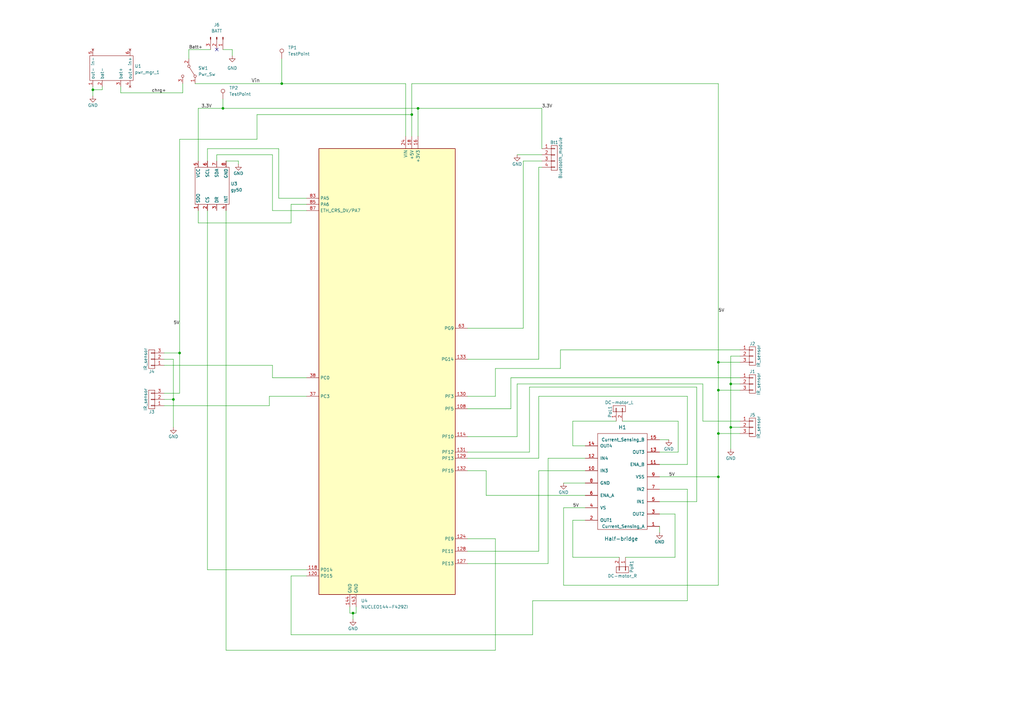
<source format=kicad_sch>
(kicad_sch (version 20211123) (generator eeschema)
  (paper "A3")
  (lib_symbols
    (symbol "Connector:Conn_01x03_Male" (pin_names (offset 1.016) hide)
      (property "Reference" "J" (at 0 5.08 0))
      (property "Value" "Conn_01x03_Male" (at 0 -5.08 0))
      (symbol "Conn_01x03_Male_1_1"
        (polyline (pts (xy 1.27 -2.54) (xy 0.8636 -2.54)) (stroke (width 0.1524)))
        (polyline (pts (xy 1.27 0) (xy 0.8636 0)) (stroke (width 0.1524)))
        (polyline (pts (xy 1.27 2.54) (xy 0.8636 2.54)) (stroke (width 0.1524)))
        (rectangle (start 0.8636 -2.413) (end 0 -2.667) (stroke (width 0.1524)) (fill (type outline)))
        (rectangle (start 0.8636 0.127) (end 0 -0.127) (stroke (width 0.1524)) (fill (type outline)))
        (rectangle (start 0.8636 2.667) (end 0 2.413) (stroke (width 0.1524)) (fill (type outline)))
        (pin passive line (at 5.08 2.54 180) (length 3.81) (name "Pin_1") (number "1"))
        (pin passive line (at 5.08 0 180) (length 3.81) (name "Pin_2") (number "2"))
        (pin passive line (at 5.08 -2.54 180) (length 3.81) (name "Pin_3") (number "3"))
      )
    )
    (symbol "Connector:TestPoint" (pin_numbers hide) (pin_names (offset 0.762) hide)
      (property "Reference" "TP" (at 0 6.858 0))
      (property "Value" "TestPoint" (at 0 5.08 0))
      (symbol "TestPoint_0_1"
        (circle (center 0 3.302) (radius 0.762))
      )
      (symbol "TestPoint_1_1"
        (pin passive line (at 0 0 90) (length 2.54) (name "1") (number "1"))
      )
    )
    (symbol "MCU_Module:NUCLEO144-F429ZI"
      (property "Reference" "U4" (at -4.3306 -93.98 0))
      (property "Value" "NUCLEO144-F429ZI" (at -4.3306 -96.52 0))
      (symbol "NUCLEO144-F429ZI_0_1"
        (rectangle (start -21.59 91.44) (end 34.29 -91.44) (stroke (width 0.254)) (fill (type background)))
      )
      (symbol "NUCLEO144-F429ZI_1_1"
        (pin bidirectional line (at 39.37 -15.24 180) (length 5.08) (name "PF5") (number "108"))
        (pin bidirectional line (at 39.37 -26.67 180) (length 5.08) (name "PF10") (number "114"))
        (pin bidirectional line (at -26.67 -81.28 0) (length 5.08) (name "PD14") (number "118"))
        (pin bidirectional line (at -26.67 -83.82 0) (length 5.08) (name "PD15") (number "120"))
        (pin bidirectional line (at 39.37 -68.58 180) (length 5.08) (name "PE9") (number "124"))
        (pin bidirectional line (at 39.37 -78.74 180) (length 5.08) (name "PE13") (number "127"))
        (pin bidirectional line (at 39.37 -73.66 180) (length 5.08) (name "PE11") (number "128"))
        (pin bidirectional line (at 39.37 -35.56 180) (length 5.08) (name "PF13") (number "129"))
        (pin bidirectional line (at 39.37 -10.16 180) (length 5.08) (name "PF3") (number "130"))
        (pin bidirectional line (at 39.37 -33.02 180) (length 5.08) (name "PF12") (number "131"))
        (pin bidirectional line (at 39.37 -40.64 180) (length 5.08) (name "PF15") (number "132"))
        (pin bidirectional line (at 39.37 5.08 180) (length 5.08) (name "PG14") (number "133"))
        (pin power_in line (at -6.35 -96.52 90) (length 5.08) (name "GND") (number "143"))
        (pin power_in line (at -8.89 -96.52 90) (length 5.08) (name "GND") (number "144"))
        (pin power_in line (at 19.05 96.52 270) (length 5.08) (name "+3V3") (number "16"))
        (pin power_in line (at 16.51 96.52 270) (length 5.08) (name "+5V") (number "18"))
        (pin power_in line (at 13.97 96.52 270) (length 5.08) (name "VIN") (number "24"))
        (pin bidirectional line (at -26.67 -10.16 0) (length 5.08) (name "PC3") (number "37"))
        (pin bidirectional line (at -26.67 -2.54 0) (length 5.08) (name "PC0") (number "38"))
        (pin bidirectional line (at 39.37 17.78 180) (length 5.08) (name "PG9") (number "63"))
        (pin bidirectional line (at -26.67 71.12 0) (length 5.08) (name "PA5") (number "83"))
        (pin bidirectional line (at -26.67 68.58 0) (length 5.08) (name "PA6") (number "85"))
        (pin bidirectional line (at -26.67 66.04 0) (length 5.08) (name "ETH_CRS_DV/PA7") (number "87"))
      )
    )
    (symbol "Switch:SW_SPDT" (pin_names (offset 0) hide)
      (property "Reference" "SW" (at 0 4.318 0))
      (property "Value" "SW_SPDT" (at 0 -5.08 0))
      (symbol "SW_SPDT_0_0"
        (circle (center -2.032 0) (radius 0.508))
        (circle (center 2.032 -2.54) (radius 0.508))
      )
      (symbol "SW_SPDT_0_1"
        (polyline (pts (xy -1.524 0.254) (xy 1.651 2.286)))
        (circle (center 2.032 2.54) (radius 0.508))
      )
      (symbol "SW_SPDT_1_1"
        (pin passive line (at 5.08 2.54 180) (length 2.54) (name "A") (number "1"))
        (pin passive line (at -5.08 0 0) (length 2.54) (name "B") (number "2"))
        (pin passive line (at 5.08 -2.54 180) (length 2.54) (name "C") (number "3"))
      )
    )
    (symbol "ardu_auto2_0-rescue:CONN_01X02-Arduino_shield-rescue" (pin_names (offset 1.016) hide)
      (property "Reference" "J" (at 0 3.81 0))
      (property "Value" "CONN_01X02-Arduino_shield-rescue" (at 2.54 0 90))
      (symbol "CONN_01X02-Arduino_shield-rescue_0_1"
        (rectangle (start -1.27 -1.143) (end 0.254 -1.397))
        (rectangle (start -1.27 1.397) (end 0.254 1.143))
        (rectangle (start -1.27 2.54) (end 1.27 -2.54))
      )
      (symbol "CONN_01X02-Arduino_shield-rescue_1_1"
        (pin passive line (at -5.08 1.27 0) (length 3.81) (name "P1") (number "1"))
        (pin passive line (at -5.08 -1.27 0) (length 3.81) (name "P2") (number "2"))
      )
    )
    (symbol "ardu_auto2_0-rescue:CONN_01X03-Arduino_shield-rescue" (pin_names (offset 1.016) hide)
      (property "Reference" "J" (at 0 5.08 0))
      (property "Value" "CONN_01X03-Arduino_shield-rescue" (at 2.54 0 90))
      (symbol "CONN_01X03-Arduino_shield-rescue_0_1"
        (rectangle (start -1.27 -2.413) (end 0.254 -2.667))
        (rectangle (start -1.27 0.127) (end 0.254 -0.127))
        (rectangle (start -1.27 2.667) (end 0.254 2.413))
        (rectangle (start -1.27 3.81) (end 1.27 -3.81))
      )
      (symbol "CONN_01X03-Arduino_shield-rescue_1_1"
        (pin passive line (at -5.08 2.54 0) (length 3.81) (name "P1") (number "1"))
        (pin passive line (at -5.08 0 0) (length 3.81) (name "P2") (number "2"))
        (pin passive line (at -5.08 -2.54 0) (length 3.81) (name "P3") (number "3"))
      )
    )
    (symbol "ardu_auto2_0-rescue:CONN_01X04-Arduino_shield-rescue" (pin_names (offset 1.016) hide)
      (property "Reference" "J" (at 0 6.35 0))
      (property "Value" "CONN_01X04-Arduino_shield-rescue" (at 2.54 0 90))
      (symbol "CONN_01X04-Arduino_shield-rescue_0_1"
        (rectangle (start -1.27 -3.683) (end 0.254 -3.937))
        (rectangle (start -1.27 -1.143) (end 0.254 -1.397))
        (rectangle (start -1.27 1.397) (end 0.254 1.143))
        (rectangle (start -1.27 3.937) (end 0.254 3.683))
        (rectangle (start -1.27 5.08) (end 1.27 -5.08))
      )
      (symbol "CONN_01X04-Arduino_shield-rescue_1_1"
        (pin passive line (at -5.08 3.81 0) (length 3.81) (name "P1") (number "1"))
        (pin passive line (at -5.08 1.27 0) (length 3.81) (name "P2") (number "2"))
        (pin passive line (at -5.08 -1.27 0) (length 3.81) (name "P3") (number "3"))
        (pin passive line (at -5.08 -3.81 0) (length 3.81) (name "P4") (number "4"))
      )
    )
    (symbol "ardu_auto2_0-rescue:Half-bridge-Arduino_shield-rescue" (pin_names (offset 1.016))
      (property "Reference" "U" (at -15.24 40.64 0))
      (property "Value" "Half-bridge-Arduino_shield-rescue" (at -13.97 -5.08 0))
      (symbol "Half-bridge-Arduino_shield-rescue_0_1"
        (rectangle (start -25.4 38.1) (end -5.08 -1.27))
      )
      (symbol "Half-bridge-Arduino_shield-rescue_1_1"
        (pin input line (at 0 0 180) (length 5.08) (name "Current_Sensing_A") (number "1"))
        (pin input line (at -30.48 22.86 0) (length 5.08) (name "IN3") (number "10"))
        (pin input line (at 0 25.4 180) (length 5.08) (name "ENA_B") (number "11"))
        (pin input line (at -30.48 27.94 0) (length 5.08) (name "IN4") (number "12"))
        (pin input line (at 0 30.48 180) (length 5.08) (name "OUT3") (number "13"))
        (pin input line (at -30.48 33.02 0) (length 5.08) (name "OUT4") (number "14"))
        (pin input line (at 0 35.56 180) (length 5.08) (name "Current_Sensing_B") (number "15"))
        (pin input line (at -30.48 2.54 0) (length 5.08) (name "OUT1") (number "2"))
        (pin input line (at 0 5.08 180) (length 5.08) (name "OUT2") (number "3"))
        (pin input line (at -30.48 7.62 0) (length 5.08) (name "VS") (number "4"))
        (pin input line (at 0 10.16 180) (length 5.08) (name "IN1") (number "5"))
        (pin input line (at -30.48 12.7 0) (length 5.08) (name "ENA_A") (number "6"))
        (pin input line (at 0 15.24 180) (length 5.08) (name "IN2") (number "7"))
        (pin input line (at -30.48 17.78 0) (length 5.08) (name "GND") (number "8"))
        (pin input line (at 0 20.32 180) (length 5.08) (name "VSS") (number "9"))
      )
    )
    (symbol "power:GND" (power) (pin_names (offset 0))
      (property "Value" "GND" (at 0 -3.81 0))
      (symbol "GND_0_1"
        (polyline (pts (xy 0 0) (xy 0 -1.27) (xy 1.27 -1.27) (xy 0 -2.54) (xy -1.27 -1.27) (xy 0 -1.27)))
      )
      (symbol "GND_1_1"
        (pin power_in line (at 0 0 270) (length 0) hide (name "GND") (number "1"))
      )
    )
    (symbol "pwr_mgr:gy50"
      (property "Reference" "U3" (at 13.335 10.9947 0))
      (property "Value" "gy50" (at 13.335 8.4578 0))
      (symbol "gy50_0_1"
        (rectangle (start -1.27 17.78) (end 12.7 2.54))
      )
      (symbol "gy50_1_1"
        (pin output line (at 0 0 90) (length 2.54) (name "SDO") (number "1"))
        (pin output line (at 3.81 0 90) (length 2.54) (name "CS") (number "2"))
        (pin output line (at 7.62 0 90) (length 2.54) (name "DR") (number "3"))
        (pin output line (at 11.43 0 90) (length 2.54) (name "INT") (number "4"))
        (pin input line (at 0 20.32 270) (length 2.54) (name "VCC") (number "5"))
        (pin input line (at 3.81 20.32 270) (length 2.54) (name "SCL") (number "6"))
        (pin bidirectional line (at 7.62 20.32 270) (length 2.54) (name "SDA") (number "7"))
        (pin bidirectional line (at 11.43 20.32 270) (length 2.54) (name "GND") (number "8"))
      )
    )
    (symbol "pwr_mgr:pwr_mgr_1"
      (property "Reference" "U1" (at 17.145 8.4547 0))
      (property "Value" "pwr_mgr_1" (at 17.145 5.9178 0))
      (symbol "pwr_mgr_1_0_1"
        (rectangle (start -1.27 12.7) (end 16.51 2.54))
      )
      (symbol "pwr_mgr_1_1_1"
        (pin bidirectional line (at 0 0 90) (length 2.54) (name "out-") (number "1"))
        (pin power_out line (at 3.81 0 90) (length 2.54) (name "bat-") (number "2"))
        (pin output line (at 11.43 0 90) (length 2.54) (name "bat+") (number "3"))
        (pin no_connect line (at 15.24 0 90) (length 2.54) (name "out+") (number "4"))
        (pin no_connect line (at 0 15.24 270) (length 2.54) (name "in-") (number "5"))
        (pin no_connect line (at 15.24 15.24 270) (length 2.54) (name "in+") (number "6"))
      )
    )
  )
  (junction (at 294.64 177.8))
  (junction (at 73.66 144.78))
  (junction (at 168.91 46.99))
  (junction (at 299.72 157.48))
  (junction (at 294.64 195.58))
  (junction (at 71.12 163.83))
  (junction (at 171.45 44.45))
  (junction (at 294.64 160.02))
  (junction (at 91.44 44.45))
  (junction (at 115.57 34.29))
  (junction (at 144.78 251.46))
  (junction (at 294.64 148.59))
  (junction (at 38.1 36.83))
  (junction (at 299.72 175.26))
  (no_connect (at 88.9 20.32))
  (wire (pts (xy 231.14 208.28) (xy 240.03 208.28)))
  (wire (pts (xy 88.9 63.5) (xy 111.76 63.5)))
  (wire (pts (xy 270.51 185.42) (xy 278.13 185.42)))
  (wire (pts (xy 294.64 34.29) (xy 294.64 148.59)))
  (wire (pts (xy 67.31 149.86) (xy 111.76 149.86)))
  (wire (pts (xy 81.28 44.45) (xy 81.28 66.04)))
  (wire (pts (xy 294.64 34.29) (xy 168.91 34.29)))
  (wire (pts (xy 255.27 172.72) (xy 278.13 172.72)))
  (wire (pts (xy 67.31 163.83) (xy 71.12 163.83)))
  (wire (pts (xy 67.31 166.37) (xy 110.49 166.37)))
  (wire (pts (xy 92.71 66.04) (xy 97.79 66.04)))
  (wire (pts (xy 270.51 205.74) (xy 285.75 205.74)))
  (wire (pts (xy 270.51 195.58) (xy 294.64 195.58)))
  (wire (pts (xy 71.12 163.83) (xy 71.12 175.26)))
  (wire (pts (xy 49.53 38.1) (xy 74.93 38.1)))
  (wire (pts (xy 224.79 231.14) (xy 191.77 231.14)))
  (wire (pts (xy 234.95 213.36) (xy 240.03 213.36)))
  (wire (pts (xy 224.79 187.96) (xy 224.79 231.14)))
  (wire (pts (xy 85.09 60.96) (xy 114.3 60.96)))
  (wire (pts (xy 77.47 24.13) (xy 77.47 20.32)))
  (wire (pts (xy 92.71 266.7) (xy 203.2 266.7)))
  (wire (pts (xy 199.39 203.2) (xy 199.39 193.04)))
  (wire (pts (xy 303.53 154.94) (xy 209.55 154.94)))
  (wire (pts (xy 73.66 57.15) (xy 105.41 57.15)))
  (wire (pts (xy 270.51 215.9) (xy 270.51 218.44)))
  (wire (pts (xy 166.37 55.88) (xy 166.37 34.29)))
  (wire (pts (xy 81.28 86.36) (xy 81.28 91.44)))
  (wire (pts (xy 77.47 20.32) (xy 86.36 20.32)))
  (wire (pts (xy 229.87 151.13) (xy 203.2 151.13)))
  (wire (pts (xy 67.31 147.32) (xy 71.12 147.32)))
  (wire (pts (xy 288.29 157.48) (xy 212.09 157.48)))
  (wire (pts (xy 294.64 160.02) (xy 303.53 160.02)))
  (wire (pts (xy 220.98 147.32) (xy 191.77 147.32)))
  (wire (pts (xy 168.91 46.99) (xy 168.91 55.88)))
  (wire (pts (xy 294.64 148.59) (xy 303.53 148.59)))
  (wire (pts (xy 254 228.6) (xy 234.95 228.6)))
  (wire (pts (xy 218.44 246.38) (xy 218.44 260.35)))
  (wire (pts (xy 299.72 175.26) (xy 299.72 184.15)))
  (wire (pts (xy 111.76 63.5) (xy 111.76 86.36)))
  (wire (pts (xy 144.78 251.46) (xy 144.78 254)))
  (wire (pts (xy 91.44 44.45) (xy 171.45 44.45)))
  (wire (pts (xy 222.25 44.45) (xy 171.45 44.45)))
  (wire (pts (xy 218.44 260.35) (xy 119.38 260.35)))
  (wire (pts (xy 92.71 86.36) (xy 92.71 266.7)))
  (wire (pts (xy 95.25 20.32) (xy 95.25 22.86)))
  (wire (pts (xy 220.98 162.56) (xy 220.98 187.96)))
  (wire (pts (xy 294.64 177.8) (xy 294.64 195.58)))
  (wire (pts (xy 299.72 157.48) (xy 303.53 157.48)))
  (wire (pts (xy 252.73 172.72) (xy 234.95 172.72)))
  (wire (pts (xy 146.05 251.46) (xy 144.78 251.46)))
  (wire (pts (xy 85.09 60.96) (xy 85.09 66.04)))
  (wire (pts (xy 114.3 60.96) (xy 114.3 81.28)))
  (wire (pts (xy 229.87 143.51) (xy 303.53 143.51)))
  (wire (pts (xy 91.44 40.64) (xy 91.44 44.45)))
  (wire (pts (xy 111.76 149.86) (xy 111.76 154.94)))
  (wire (pts (xy 234.95 172.72) (xy 234.95 182.88)))
  (wire (pts (xy 217.17 158.75) (xy 217.17 185.42)))
  (wire (pts (xy 119.38 91.44) (xy 119.38 83.82)))
  (wire (pts (xy 91.44 20.32) (xy 95.25 20.32)))
  (wire (pts (xy 80.01 34.29) (xy 115.57 34.29)))
  (wire (pts (xy 212.09 63.5) (xy 222.25 63.5)))
  (wire (pts (xy 240.03 203.2) (xy 199.39 203.2)))
  (wire (pts (xy 191.77 179.07) (xy 212.09 179.07)))
  (wire (pts (xy 234.95 228.6) (xy 234.95 213.36)))
  (wire (pts (xy 220.98 68.58) (xy 220.98 147.32)))
  (wire (pts (xy 299.72 175.26) (xy 303.53 175.26)))
  (wire (pts (xy 209.55 167.64) (xy 191.77 167.64)))
  (wire (pts (xy 71.12 147.32) (xy 71.12 163.83)))
  (wire (pts (xy 214.63 134.62) (xy 191.77 134.62)))
  (wire (pts (xy 114.3 81.28) (xy 125.73 81.28)))
  (wire (pts (xy 276.86 228.6) (xy 276.86 210.82)))
  (wire (pts (xy 38.1 36.83) (xy 38.1 39.37)))
  (wire (pts (xy 294.64 148.59) (xy 294.64 160.02)))
  (wire (pts (xy 146.05 248.92) (xy 146.05 251.46)))
  (wire (pts (xy 234.95 182.88) (xy 240.03 182.88)))
  (wire (pts (xy 281.94 200.66) (xy 281.94 246.38)))
  (wire (pts (xy 143.51 248.92) (xy 143.51 251.46)))
  (wire (pts (xy 217.17 185.42) (xy 191.77 185.42)))
  (wire (pts (xy 212.09 157.48) (xy 212.09 179.07)))
  (wire (pts (xy 278.13 185.42) (xy 278.13 172.72)))
  (wire (pts (xy 105.41 46.99) (xy 168.91 46.99)))
  (wire (pts (xy 199.39 193.04) (xy 191.77 193.04)))
  (wire (pts (xy 119.38 260.35) (xy 119.38 236.22)))
  (wire (pts (xy 41.91 36.83) (xy 38.1 36.83)))
  (wire (pts (xy 222.25 66.04) (xy 214.63 66.04)))
  (wire (pts (xy 299.72 146.05) (xy 299.72 157.48)))
  (wire (pts (xy 270.51 180.34) (xy 274.32 180.34)))
  (wire (pts (xy 119.38 83.82) (xy 125.73 83.82)))
  (wire (pts (xy 125.73 233.68) (xy 85.09 233.68)))
  (wire (pts (xy 110.49 162.56) (xy 125.73 162.56)))
  (wire (pts (xy 171.45 44.45) (xy 171.45 55.88)))
  (wire (pts (xy 81.28 44.45) (xy 91.44 44.45)))
  (wire (pts (xy 41.91 35.56) (xy 41.91 36.83)))
  (wire (pts (xy 229.87 143.51) (xy 229.87 151.13)))
  (wire (pts (xy 67.31 161.29) (xy 73.66 161.29)))
  (wire (pts (xy 220.98 226.06) (xy 191.77 226.06)))
  (wire (pts (xy 88.9 66.04) (xy 88.9 63.5)))
  (wire (pts (xy 168.91 34.29) (xy 168.91 46.99)))
  (wire (pts (xy 288.29 172.72) (xy 303.53 172.72)))
  (wire (pts (xy 119.38 236.22) (xy 125.73 236.22)))
  (wire (pts (xy 73.66 144.78) (xy 73.66 161.29)))
  (wire (pts (xy 281.94 246.38) (xy 218.44 246.38)))
  (wire (pts (xy 143.51 251.46) (xy 144.78 251.46)))
  (wire (pts (xy 231.14 198.12) (xy 240.03 198.12)))
  (wire (pts (xy 214.63 66.04) (xy 214.63 134.62)))
  (wire (pts (xy 209.55 154.94) (xy 209.55 167.64)))
  (wire (pts (xy 270.51 200.66) (xy 281.94 200.66)))
  (wire (pts (xy 110.49 166.37) (xy 110.49 162.56)))
  (wire (pts (xy 115.57 24.13) (xy 115.57 34.29)))
  (wire (pts (xy 49.53 35.56) (xy 49.53 38.1)))
  (wire (pts (xy 222.25 60.96) (xy 222.25 44.45)))
  (wire (pts (xy 285.75 158.75) (xy 217.17 158.75)))
  (wire (pts (xy 294.64 177.8) (xy 303.53 177.8)))
  (wire (pts (xy 276.86 210.82) (xy 270.51 210.82)))
  (wire (pts (xy 97.79 66.04) (xy 97.79 67.31)))
  (wire (pts (xy 85.09 233.68) (xy 85.09 86.36)))
  (wire (pts (xy 111.76 86.36) (xy 125.73 86.36)))
  (wire (pts (xy 299.72 157.48) (xy 299.72 175.26)))
  (wire (pts (xy 281.94 162.56) (xy 220.98 162.56)))
  (wire (pts (xy 73.66 57.15) (xy 73.66 144.78)))
  (wire (pts (xy 111.76 154.94) (xy 125.73 154.94)))
  (wire (pts (xy 231.14 240.03) (xy 231.14 208.28)))
  (wire (pts (xy 303.53 146.05) (xy 299.72 146.05)))
  (wire (pts (xy 270.51 190.5) (xy 281.94 190.5)))
  (wire (pts (xy 288.29 172.72) (xy 288.29 157.48)))
  (wire (pts (xy 222.25 68.58) (xy 220.98 68.58)))
  (wire (pts (xy 256.54 228.6) (xy 276.86 228.6)))
  (wire (pts (xy 240.03 187.96) (xy 224.79 187.96)))
  (wire (pts (xy 203.2 151.13) (xy 203.2 162.56)))
  (wire (pts (xy 220.98 187.96) (xy 191.77 187.96)))
  (wire (pts (xy 285.75 205.74) (xy 285.75 158.75)))
  (wire (pts (xy 203.2 220.98) (xy 191.77 220.98)))
  (wire (pts (xy 240.03 193.04) (xy 220.98 193.04)))
  (wire (pts (xy 38.1 35.56) (xy 38.1 36.83)))
  (wire (pts (xy 74.93 38.1) (xy 74.93 34.29)))
  (wire (pts (xy 294.64 195.58) (xy 294.64 240.03)))
  (wire (pts (xy 203.2 266.7) (xy 203.2 220.98)))
  (wire (pts (xy 294.64 160.02) (xy 294.64 177.8)))
  (wire (pts (xy 281.94 190.5) (xy 281.94 162.56)))
  (wire (pts (xy 166.37 34.29) (xy 115.57 34.29)))
  (wire (pts (xy 81.28 91.44) (xy 119.38 91.44)))
  (wire (pts (xy 105.41 57.15) (xy 105.41 46.99)))
  (wire (pts (xy 67.31 144.78) (xy 73.66 144.78)))
  (wire (pts (xy 294.64 240.03) (xy 231.14 240.03)))
  (wire (pts (xy 203.2 162.56) (xy 191.77 162.56)))
  (wire (pts (xy 220.98 193.04) (xy 220.98 226.06)))
  (label "3.3V" (at 82.55 44.45 0))
  (label "5V" (at 294.64 128.27 0))
  (label "Vin" (at 106.68 34.29 180) (effects (font (size 1.524 1.524))))
  (label "5V" (at 274.32 195.58 0))
  (label "3.3V" (at 222.25 44.45 0))
  (label "Batt+" (at 77.47 20.32 0))
  (label "5V" (at 234.95 208.28 0))
  (label "5V" (at 73.66 133.35 180))
  (label "chrg+" (at 62.23 38.1 0))
  (symbol (lib_id "ardu_auto2_0-rescue:CONN_01X02-Arduino_shield-rescue") (at 255.27 233.68 270) (unit 1)
    (property "Reference" "PoR1" (at 259.08 232.41 0))
    (property "Value" "DC-motor_R" (at 255.27 236.22 90))
    (property "Footprint" "Connector_PinHeader_2.54mm:PinHeader_1x02_P2.54mm_Horizontal" (effects hide))
  )
  (symbol (lib_id "power:GND") (at 299.72 184.15 0) (unit 1)
    (property "Reference" "#PWR0112" (effects hide))
    (property "Value" "GND" (at 299.72 187.96 0))
  )
  (symbol (lib_id "ardu_auto2_0-rescue:CONN_01X03-Arduino_shield-rescue") (at 308.61 146.05 0) (unit 1)
    (property "Reference" "J2" (at 308.61 140.97 0))
    (property "Value" "IR_sensor" (at 311.15 146.05 90))
    (property "Footprint" "Connector_PinHeader_2.54mm:PinHeader_1x03_P2.54mm_Vertical" (effects hide))
  )
  (symbol (lib_id "power:GND") (at 97.79 67.31 0) (unit 1)
    (property "Reference" "#PWR0101" (effects hide))
    (property "Value" "GND" (at 97.79 71.12 0))
  )
  (symbol (lib_id "Switch:SW_SPDT") (at 77.47 29.21 270) (unit 1)
    (property "Reference" "SW1" (at 81.28 27.9399 90) (effects (justify left)))
    (property "Value" "Pwr_Sw" (at 81.28 30.4799 90) (effects (justify left)))
    (property "Footprint" "Omat:SPDT" (effects hide))
  )
  (symbol (lib_id "power:GND") (at 212.09 63.5 0) (unit 1)
    (property "Reference" "#PWR0108" (effects hide))
    (property "Value" "GND" (at 212.09 67.31 0))
  )
  (symbol (lib_id "pwr_mgr:pwr_mgr_1") (at 38.1 35.56 0) (unit 1)
    (property "Reference" "U1" (at 55.245 27.1053 0) (effects (justify left)))
    (property "Value" "pwr_mgr_1" (at 55.245 29.6422 0) (effects (justify left)))
    (property "Footprint" "Omat:TPS4056" (effects hide))
  )
  (symbol (lib_id "power:GND") (at 231.14 198.12 0) (unit 1)
    (property "Reference" "#PWR0109" (effects hide))
    (property "Value" "GND" (at 231.14 201.93 0))
  )
  (symbol (lib_id "pwr_mgr:gy50") (at 81.28 86.36 0) (unit 1)
    (property "Reference" "U3" (at 94.615 75.3653 0) (effects (justify left)))
    (property "Value" "gy50" (at 94.615 77.9022 0) (effects (justify left)))
    (property "Footprint" "Omat:GY-50" (effects hide))
  )
  (symbol (lib_id "ardu_auto2_0-rescue:Half-bridge-Arduino_shield-rescue") (at 270.51 215.9 0) (unit 1)
    (property "Reference" "H1" (at 255.27 175.26 0) (effects (font (size 1.524 1.524))))
    (property "Value" "Half-bridge" (at 254.8128 220.98 0) (effects (font (size 1.524 1.524))))
    (property "Footprint" "Omat:L298HN" (effects hide))
  )
  (symbol (lib_id "power:GND") (at 144.78 254 0) (unit 1)
    (property "Reference" "#PWR0106" (effects hide))
    (property "Value" "GND" (at 144.78 257.81 0))
  )
  (symbol (lib_id "Connector:TestPoint") (at 91.44 40.64 0) (unit 1)
    (property "Reference" "TP2" (at 93.98 36.0679 0) (effects (justify left)))
    (property "Value" "TestPoint" (at 93.98 38.6079 0) (effects (justify left)))
    (property "Footprint" "Connector_Pin:Pin_D0.7mm_L6.5mm_W1.8mm_FlatFork" (effects hide))
  )
  (symbol (lib_id "power:GND") (at 95.25 22.86 0) (unit 1)
    (property "Reference" "#PWR0102" (effects hide))
    (property "Value" "GND" (at 95.25 27.94 0))
  )
  (symbol (lib_id "ardu_auto2_0-rescue:CONN_01X03-Arduino_shield-rescue") (at 62.23 163.83 180) (unit 1)
    (property "Reference" "J3" (at 62.23 168.91 0))
    (property "Value" "IR_sensor" (at 59.69 163.83 90))
    (property "Footprint" "Connector_PinHeader_2.54mm:PinHeader_1x03_P2.54mm_Vertical" (effects hide))
  )
  (symbol (lib_id "ardu_auto2_0-rescue:CONN_01X03-Arduino_shield-rescue") (at 62.23 147.32 180) (unit 1)
    (property "Reference" "J4" (at 62.23 152.4 0))
    (property "Value" "IR_sensor" (at 59.69 147.32 90))
    (property "Footprint" "Connector_PinHeader_2.54mm:PinHeader_1x03_P2.54mm_Vertical" (effects hide))
  )
  (symbol (lib_id "Connector:TestPoint") (at 115.57 24.13 0) (unit 1)
    (property "Reference" "TP1" (at 118.11 19.5579 0) (effects (justify left)))
    (property "Value" "TestPoint" (at 118.11 22.0979 0) (effects (justify left)))
    (property "Footprint" "Connector_Pin:Pin_D0.7mm_L6.5mm_W1.8mm_FlatFork" (effects hide))
  )
  (symbol (lib_id "ardu_auto2_0-rescue:CONN_01X04-Arduino_shield-rescue") (at 227.33 64.77 0) (unit 1)
    (property "Reference" "Bt1" (at 227.33 58.42 0))
    (property "Value" "Bluetooth_module" (at 229.87 64.77 90))
    (property "Footprint" "Connector_PinHeader_2.54mm:PinHeader_1x04_P2.54mm_Vertical" (effects hide))
  )
  (symbol (lib_id "MCU_Module:NUCLEO144-F429ZI") (at 152.4 152.4 0) (unit 1)
    (property "Reference" "U4" (at 148.0694 246.38 0) (effects (justify left)))
    (property "Value" "NUCLEO144-F429ZI" (at 148.0694 248.92 0) (effects (justify left)))
    (property "Footprint" "Omat:ST_Morpho_Connector_144_STLink_MountingHoles_modded" (effects hide))
    (property "Datasheet" "http://www.st.com/content/ccc/resource/technical/document/data_brief/group0/7b/df/1d/e9/64/55/43/8d/DM00247910/files/DM00247910.pdf/jcr:content/translations/en.DM00247910.pdf" (effects hide))
  )
  (symbol (lib_id "Connector:Conn_01x03_Male") (at 88.9 15.24 270) (unit 1)
    (property "Reference" "J6" (at 88.9 10.16 90))
    (property "Value" "BATT" (at 88.9 12.7 90))
    (property "Footprint" "Omat:Connector_3pin" (effects hide))
  )
  (symbol (lib_id "ardu_auto2_0-rescue:CONN_01X02-Arduino_shield-rescue") (at 254 167.64 90) (unit 1)
    (property "Reference" "PoL1" (at 250.19 168.91 0))
    (property "Value" "DC-motor_L" (at 254 165.1 90))
    (property "Footprint" "Connector_PinHeader_2.54mm:PinHeader_1x02_P2.54mm_Horizontal" (effects hide))
  )
  (symbol (lib_id "ardu_auto2_0-rescue:CONN_01X03-Arduino_shield-rescue") (at 308.61 157.48 0) (unit 1)
    (property "Reference" "J1" (at 308.61 152.4 0))
    (property "Value" "IR_sensor" (at 311.15 157.48 90))
    (property "Footprint" "Connector_PinHeader_2.54mm:PinHeader_1x03_P2.54mm_Vertical" (effects hide))
  )
  (symbol (lib_id "power:GND") (at 274.32 180.34 0) (unit 1)
    (property "Reference" "#PWR0111" (effects hide))
    (property "Value" "GND" (at 274.32 184.15 0))
  )
  (symbol (lib_id "ardu_auto2_0-rescue:CONN_01X03-Arduino_shield-rescue") (at 308.61 175.26 0) (unit 1)
    (property "Reference" "J5" (at 308.61 170.18 0))
    (property "Value" "IR_sensor" (at 311.15 175.26 90))
    (property "Footprint" "Connector_PinHeader_2.54mm:PinHeader_1x03_P2.54mm_Vertical" (effects hide))
  )
  (symbol (lib_id "power:GND") (at 71.12 175.26 0) (unit 1)
    (property "Reference" "#PWR0104" (effects hide))
    (property "Value" "GND" (at 71.12 179.07 0))
  )
  (symbol (lib_id "power:GND") (at 270.51 218.44 0) (unit 1)
    (property "Reference" "#PWR0110" (effects hide))
    (property "Value" "GND" (at 270.51 222.25 0))
  )
  (symbol (lib_id "power:GND") (at 38.1 39.37 0) (unit 1)
    (property "Reference" "#PWR0103" (effects hide))
    (property "Value" "GND" (at 38.1 43.18 0))
  )
)
</source>
